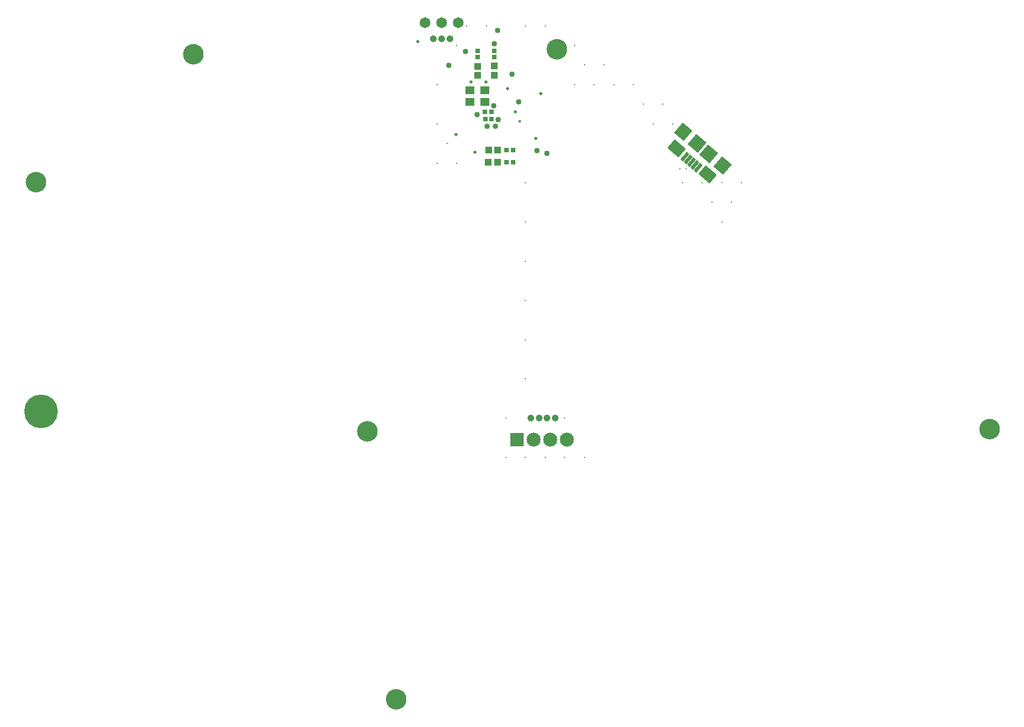
<source format=gbs>
G04*
G04 #@! TF.GenerationSoftware,Altium Limited,Altium Designer,18.1.7 (191)*
G04*
G04 Layer_Color=16711935*
%FSLAX42Y42*%
%MOMM*%
G71*
G01*
G75*
%ADD16R,0.80X0.65*%
%ADD17R,0.65X0.80*%
%ADD18C,3.15*%
%ADD19C,5.15*%
%ADD20C,2.15*%
%ADD21R,2.15X2.15*%
%ADD22C,1.65*%
%ADD23C,1.05*%
%ADD24C,0.30*%
%ADD25C,0.50*%
%ADD26C,0.85*%
%ADD27C,0.40*%
%ADD53P,2.90X4X364.5*%
G04:AMPARAMS|DCode=54|XSize=1.95mm|YSize=2.05mm|CornerRadius=0mm|HoleSize=0mm|Usage=FLASHONLY|Rotation=319.500|XOffset=0mm|YOffset=0mm|HoleType=Round|Shape=Rectangle|*
%AMROTATEDRECTD54*
4,1,4,-1.41,-0.15,-0.08,1.41,1.41,0.15,0.08,-1.41,-1.41,-0.15,0.0*
%
%ADD54ROTATEDRECTD54*%

G04:AMPARAMS|DCode=55|XSize=2.25mm|YSize=1.75mm|CornerRadius=0mm|HoleSize=0mm|Usage=FLASHONLY|Rotation=319.500|XOffset=0mm|YOffset=0mm|HoleType=Round|Shape=Rectangle|*
%AMROTATEDRECTD55*
4,1,4,-1.42,0.07,-0.29,1.40,1.42,-0.07,0.29,-1.40,-1.42,0.07,0.0*
%
%ADD55ROTATEDRECTD55*%

G04:AMPARAMS|DCode=56|XSize=0.55mm|YSize=1.5mm|CornerRadius=0mm|HoleSize=0mm|Usage=FLASHONLY|Rotation=319.500|XOffset=0mm|YOffset=0mm|HoleType=Round|Shape=Rectangle|*
%AMROTATEDRECTD56*
4,1,4,-0.70,-0.39,0.28,0.75,0.70,0.39,-0.28,-0.75,-0.70,-0.39,0.0*
%
%ADD56ROTATEDRECTD56*%

%ADD57R,1.00X1.00*%
%ADD58R,1.45X1.25*%
%ADD59R,1.00X1.00*%
D16*
X7668Y10320D02*
D03*
Y10416D02*
D03*
X7920Y10419D02*
D03*
Y10323D02*
D03*
D17*
X7880Y9378D02*
D03*
X7784D02*
D03*
X7878Y9483D02*
D03*
X7782D02*
D03*
X8208Y8715D02*
D03*
X8112D02*
D03*
Y8901D02*
D03*
X8208D02*
D03*
D18*
X5980Y4600D02*
D03*
X6420Y500D02*
D03*
X921Y8413D02*
D03*
X3327Y10368D02*
D03*
X8880Y10443D02*
D03*
X15491Y4635D02*
D03*
D19*
X1000Y4900D02*
D03*
D20*
X8780Y4470D02*
D03*
X8526D02*
D03*
X9034D02*
D03*
D21*
X8272D02*
D03*
D22*
X6864Y10848D02*
D03*
X7371D02*
D03*
X7118D02*
D03*
D23*
X8605Y4800D02*
D03*
X8480D02*
D03*
X8730D02*
D03*
X8855D02*
D03*
X7118Y10600D02*
D03*
X6993D02*
D03*
X7243D02*
D03*
D24*
X11700Y8400D02*
D03*
X11400D02*
D03*
X11550Y8100D02*
D03*
X11400Y7800D02*
D03*
X11100Y8400D02*
D03*
X11250Y8100D02*
D03*
X10800Y8400D02*
D03*
X10500Y9600D02*
D03*
X10650Y9300D02*
D03*
X10200Y9600D02*
D03*
X10350Y9300D02*
D03*
X10050Y9900D02*
D03*
X9600Y10200D02*
D03*
X9750Y9900D02*
D03*
X9300Y10200D02*
D03*
X9450Y9900D02*
D03*
X9300Y4200D02*
D03*
X9150Y10500D02*
D03*
Y9900D02*
D03*
X9000Y4800D02*
D03*
Y4200D02*
D03*
X8700Y10800D02*
D03*
Y4200D02*
D03*
X8400Y10800D02*
D03*
Y8400D02*
D03*
Y7800D02*
D03*
Y7200D02*
D03*
Y6600D02*
D03*
Y6000D02*
D03*
Y5400D02*
D03*
Y4200D02*
D03*
X8100Y4800D02*
D03*
Y4200D02*
D03*
X7800Y10800D02*
D03*
X7500D02*
D03*
X7350Y10500D02*
D03*
X7200Y9000D02*
D03*
X7350Y8700D02*
D03*
X7050Y9900D02*
D03*
Y9300D02*
D03*
Y8700D02*
D03*
X10850Y8613D02*
D03*
X10757Y8615D02*
D03*
D25*
X7568Y9943D02*
D03*
X8129Y9843D02*
D03*
X7793Y9943D02*
D03*
X8557Y9080D02*
D03*
X6752Y10556D02*
D03*
X8245Y9480D02*
D03*
X8637Y9762D02*
D03*
X7339Y9138D02*
D03*
X7622Y8866D02*
D03*
D26*
X8570Y8895D02*
D03*
X7815Y9268D02*
D03*
X7935Y9268D02*
D03*
X8297Y9637D02*
D03*
X7980Y9368D02*
D03*
X7970Y10732D02*
D03*
X8195Y10060D02*
D03*
X7485Y10410D02*
D03*
X7915Y9575D02*
D03*
X7662Y9440D02*
D03*
X7925Y10525D02*
D03*
X7230Y10193D02*
D03*
X8730Y8845D02*
D03*
D27*
X8308Y9337D02*
D03*
D53*
X11201Y8842D02*
D03*
X11018Y8998D02*
D03*
D54*
X10805Y9180D02*
D03*
X11413Y8660D02*
D03*
D55*
X10708Y8927D02*
D03*
X11179Y8525D02*
D03*
D56*
X11034Y8632D02*
D03*
X10985Y8674D02*
D03*
X10935Y8716D02*
D03*
X10886Y8759D02*
D03*
X10837Y8801D02*
D03*
D57*
X7668Y10182D02*
D03*
Y10043D02*
D03*
X7918Y10185D02*
D03*
Y10045D02*
D03*
D58*
X7780Y9635D02*
D03*
Y9815D02*
D03*
X7550D02*
D03*
Y9635D02*
D03*
D59*
X7832Y8715D02*
D03*
X7972D02*
D03*
X7835Y8897D02*
D03*
X7975D02*
D03*
M02*

</source>
